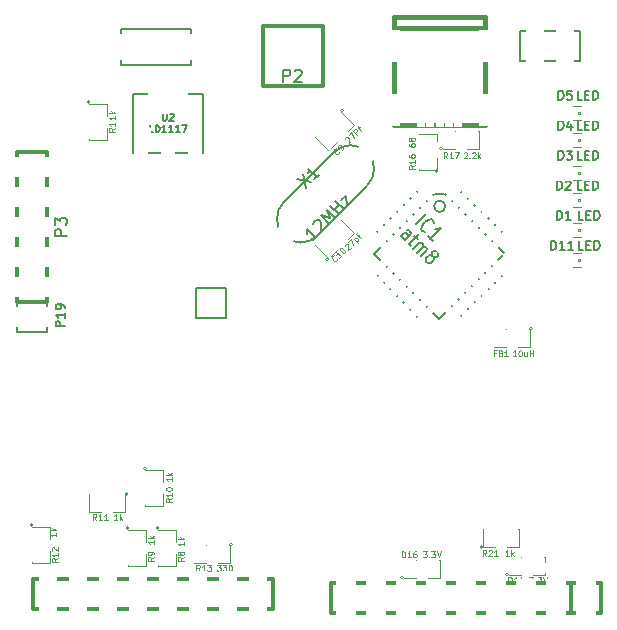
<source format=gto>
G04 (created by PCBNEW (2013-mar-13)-testing) date nie, 20 paź 2013, 18:38:17*
%MOIN*%
G04 Gerber Fmt 3.4, Leading zero omitted, Abs format*
%FSLAX34Y34*%
G01*
G70*
G90*
G04 APERTURE LIST*
%ADD10C,0.005906*%
%ADD11C,0.006000*%
%ADD12C,0.012000*%
%ADD13C,0.003900*%
%ADD14C,0.002600*%
%ADD15C,0.004000*%
%ADD16C,0.002000*%
%ADD17C,0.015000*%
%ADD18C,0.008000*%
%ADD19C,0.010700*%
%ADD20C,0.010000*%
%ADD21C,0.004300*%
%ADD22C,0.005000*%
%ADD23R,0.062992X0.125984*%
%ADD24R,0.125984X0.066929*%
%ADD25R,0.066929X0.125984*%
%ADD26R,0.133858X0.086614*%
%ADD27R,0.047244X0.070866*%
%ADD28R,0.055074X0.055074*%
%ADD29C,0.067874*%
%ADD30R,0.062874X0.042874*%
%ADD31R,0.042874X0.062874*%
%ADD32R,0.067874X0.067874*%
%ADD33R,0.062874X0.157874*%
%ADD34C,0.196874*%
%ADD35R,0.196874X0.196874*%
%ADD36R,0.027574X0.098474*%
%ADD37R,0.086574X0.106274*%
%ADD38C,0.043274*%
%ADD39R,0.125984X0.086614*%
%ADD40C,0.037874*%
G04 APERTURE END LIST*
G54D10*
G54D11*
X18961Y-120D02*
X18961Y-1120D01*
X18961Y-1120D02*
X16961Y-1120D01*
X16961Y-1120D02*
X16961Y-120D01*
X16961Y-120D02*
X18961Y-120D01*
G54D12*
X1174Y-4145D02*
X174Y-4145D01*
X174Y-9145D02*
X1174Y-9145D01*
X1174Y-4145D02*
X1174Y-9145D01*
X174Y-9145D02*
X174Y-4145D01*
X10661Y-19520D02*
X10661Y-18520D01*
X10661Y-18520D02*
X19661Y-18520D01*
X19661Y-18520D02*
X19661Y-19520D01*
X10661Y-19520D02*
X19661Y-19520D01*
X18661Y-19520D02*
X18661Y-18520D01*
X8374Y54D02*
X10374Y54D01*
X10374Y54D02*
X10374Y-1945D01*
X10374Y-1945D02*
X8374Y-1945D01*
X8374Y-1945D02*
X8374Y54D01*
G54D10*
X10195Y-6937D02*
X11865Y-5267D01*
X9082Y-5824D02*
X10752Y-4153D01*
X9082Y-6937D02*
G75*
G03X10195Y-6937I556J556D01*
G74*
G01*
X9082Y-5824D02*
G75*
G03X9082Y-6937I556J-556D01*
G74*
G01*
X11865Y-4153D02*
G75*
G03X10752Y-4153I-556J-556D01*
G74*
G01*
X11865Y-5267D02*
G75*
G03X11865Y-4153I-556J556D01*
G74*
G01*
X4042Y-2208D02*
X6405Y-2208D01*
X6405Y-2208D02*
X6405Y-4176D01*
X6405Y-4176D02*
X4042Y-4176D01*
X4042Y-4176D02*
X4042Y-2208D01*
G54D13*
X11071Y-2773D02*
G75*
G03X11071Y-2773I-50J0D01*
G74*
G01*
X10703Y-3092D02*
X10986Y-2809D01*
X10986Y-2809D02*
X11410Y-3233D01*
X11410Y-3233D02*
X11127Y-3516D01*
X10844Y-3799D02*
X10561Y-4082D01*
X10561Y-4082D02*
X10137Y-3657D01*
X10137Y-3657D02*
X10420Y-3374D01*
X10576Y-7717D02*
G75*
G03X10576Y-7717I-50J0D01*
G74*
G01*
X10844Y-7399D02*
X10561Y-7682D01*
X10561Y-7682D02*
X10137Y-7257D01*
X10137Y-7257D02*
X10420Y-6974D01*
X10703Y-6692D02*
X10986Y-6409D01*
X10986Y-6409D02*
X11410Y-6833D01*
X11410Y-6833D02*
X11127Y-7116D01*
G54D14*
X19070Y-6863D02*
X19070Y-6991D01*
X19070Y-6991D02*
X19267Y-6991D01*
X19267Y-6863D02*
X19267Y-6991D01*
X19070Y-6863D02*
X19267Y-6863D01*
X19070Y-6618D02*
X19070Y-6677D01*
X19070Y-6677D02*
X19169Y-6677D01*
X19169Y-6618D02*
X19169Y-6677D01*
X19070Y-6618D02*
X19169Y-6618D01*
X19070Y-6813D02*
X19070Y-6872D01*
X19070Y-6872D02*
X19169Y-6872D01*
X19169Y-6813D02*
X19169Y-6872D01*
X19070Y-6813D02*
X19169Y-6813D01*
X19070Y-6667D02*
X19070Y-6823D01*
X19070Y-6823D02*
X19139Y-6823D01*
X19139Y-6667D02*
X19139Y-6823D01*
X19070Y-6667D02*
X19139Y-6667D01*
X18481Y-6863D02*
X18481Y-6991D01*
X18481Y-6991D02*
X18678Y-6991D01*
X18678Y-6863D02*
X18678Y-6991D01*
X18481Y-6863D02*
X18678Y-6863D01*
X18481Y-6499D02*
X18481Y-6627D01*
X18481Y-6627D02*
X18678Y-6627D01*
X18678Y-6499D02*
X18678Y-6627D01*
X18481Y-6499D02*
X18678Y-6499D01*
X18579Y-6813D02*
X18579Y-6872D01*
X18579Y-6872D02*
X18678Y-6872D01*
X18678Y-6813D02*
X18678Y-6872D01*
X18579Y-6813D02*
X18678Y-6813D01*
X18579Y-6618D02*
X18579Y-6677D01*
X18579Y-6677D02*
X18678Y-6677D01*
X18678Y-6618D02*
X18678Y-6677D01*
X18579Y-6618D02*
X18678Y-6618D01*
X18609Y-6667D02*
X18609Y-6823D01*
X18609Y-6823D02*
X18678Y-6823D01*
X18678Y-6667D02*
X18678Y-6823D01*
X18609Y-6667D02*
X18678Y-6667D01*
X18874Y-6706D02*
X18874Y-6784D01*
X18874Y-6784D02*
X18952Y-6784D01*
X18952Y-6706D02*
X18952Y-6784D01*
X18874Y-6706D02*
X18952Y-6706D01*
X19070Y-6509D02*
X19070Y-6627D01*
X19070Y-6627D02*
X19188Y-6627D01*
X19188Y-6509D02*
X19188Y-6627D01*
X19070Y-6509D02*
X19188Y-6509D01*
X19238Y-6499D02*
X19238Y-6588D01*
X19238Y-6588D02*
X19267Y-6588D01*
X19267Y-6499D02*
X19267Y-6588D01*
X19238Y-6499D02*
X19267Y-6499D01*
G54D15*
X19080Y-6971D02*
X18668Y-6971D01*
X18678Y-6519D02*
X19238Y-6519D01*
G54D16*
X19236Y-6568D02*
G75*
G03X19236Y-6568I-28J0D01*
G74*
G01*
G54D15*
X19267Y-6608D02*
G75*
G03X19267Y-6882I0J-137D01*
G74*
G01*
X18481Y-6882D02*
G75*
G03X18481Y-6608I0J137D01*
G74*
G01*
G54D14*
X19070Y-5863D02*
X19070Y-5991D01*
X19070Y-5991D02*
X19267Y-5991D01*
X19267Y-5863D02*
X19267Y-5991D01*
X19070Y-5863D02*
X19267Y-5863D01*
X19070Y-5618D02*
X19070Y-5677D01*
X19070Y-5677D02*
X19169Y-5677D01*
X19169Y-5618D02*
X19169Y-5677D01*
X19070Y-5618D02*
X19169Y-5618D01*
X19070Y-5813D02*
X19070Y-5872D01*
X19070Y-5872D02*
X19169Y-5872D01*
X19169Y-5813D02*
X19169Y-5872D01*
X19070Y-5813D02*
X19169Y-5813D01*
X19070Y-5667D02*
X19070Y-5823D01*
X19070Y-5823D02*
X19139Y-5823D01*
X19139Y-5667D02*
X19139Y-5823D01*
X19070Y-5667D02*
X19139Y-5667D01*
X18481Y-5863D02*
X18481Y-5991D01*
X18481Y-5991D02*
X18678Y-5991D01*
X18678Y-5863D02*
X18678Y-5991D01*
X18481Y-5863D02*
X18678Y-5863D01*
X18481Y-5499D02*
X18481Y-5627D01*
X18481Y-5627D02*
X18678Y-5627D01*
X18678Y-5499D02*
X18678Y-5627D01*
X18481Y-5499D02*
X18678Y-5499D01*
X18579Y-5813D02*
X18579Y-5872D01*
X18579Y-5872D02*
X18678Y-5872D01*
X18678Y-5813D02*
X18678Y-5872D01*
X18579Y-5813D02*
X18678Y-5813D01*
X18579Y-5618D02*
X18579Y-5677D01*
X18579Y-5677D02*
X18678Y-5677D01*
X18678Y-5618D02*
X18678Y-5677D01*
X18579Y-5618D02*
X18678Y-5618D01*
X18609Y-5667D02*
X18609Y-5823D01*
X18609Y-5823D02*
X18678Y-5823D01*
X18678Y-5667D02*
X18678Y-5823D01*
X18609Y-5667D02*
X18678Y-5667D01*
X18874Y-5706D02*
X18874Y-5784D01*
X18874Y-5784D02*
X18952Y-5784D01*
X18952Y-5706D02*
X18952Y-5784D01*
X18874Y-5706D02*
X18952Y-5706D01*
X19070Y-5509D02*
X19070Y-5627D01*
X19070Y-5627D02*
X19188Y-5627D01*
X19188Y-5509D02*
X19188Y-5627D01*
X19070Y-5509D02*
X19188Y-5509D01*
X19238Y-5499D02*
X19238Y-5588D01*
X19238Y-5588D02*
X19267Y-5588D01*
X19267Y-5499D02*
X19267Y-5588D01*
X19238Y-5499D02*
X19267Y-5499D01*
G54D15*
X19080Y-5971D02*
X18668Y-5971D01*
X18678Y-5519D02*
X19238Y-5519D01*
G54D16*
X19236Y-5568D02*
G75*
G03X19236Y-5568I-28J0D01*
G74*
G01*
G54D15*
X19267Y-5608D02*
G75*
G03X19267Y-5882I0J-137D01*
G74*
G01*
X18481Y-5882D02*
G75*
G03X18481Y-5608I0J137D01*
G74*
G01*
G54D14*
X19070Y-4963D02*
X19070Y-5091D01*
X19070Y-5091D02*
X19267Y-5091D01*
X19267Y-4963D02*
X19267Y-5091D01*
X19070Y-4963D02*
X19267Y-4963D01*
X19070Y-4718D02*
X19070Y-4777D01*
X19070Y-4777D02*
X19169Y-4777D01*
X19169Y-4718D02*
X19169Y-4777D01*
X19070Y-4718D02*
X19169Y-4718D01*
X19070Y-4913D02*
X19070Y-4972D01*
X19070Y-4972D02*
X19169Y-4972D01*
X19169Y-4913D02*
X19169Y-4972D01*
X19070Y-4913D02*
X19169Y-4913D01*
X19070Y-4767D02*
X19070Y-4923D01*
X19070Y-4923D02*
X19139Y-4923D01*
X19139Y-4767D02*
X19139Y-4923D01*
X19070Y-4767D02*
X19139Y-4767D01*
X18481Y-4963D02*
X18481Y-5091D01*
X18481Y-5091D02*
X18678Y-5091D01*
X18678Y-4963D02*
X18678Y-5091D01*
X18481Y-4963D02*
X18678Y-4963D01*
X18481Y-4599D02*
X18481Y-4727D01*
X18481Y-4727D02*
X18678Y-4727D01*
X18678Y-4599D02*
X18678Y-4727D01*
X18481Y-4599D02*
X18678Y-4599D01*
X18579Y-4913D02*
X18579Y-4972D01*
X18579Y-4972D02*
X18678Y-4972D01*
X18678Y-4913D02*
X18678Y-4972D01*
X18579Y-4913D02*
X18678Y-4913D01*
X18579Y-4718D02*
X18579Y-4777D01*
X18579Y-4777D02*
X18678Y-4777D01*
X18678Y-4718D02*
X18678Y-4777D01*
X18579Y-4718D02*
X18678Y-4718D01*
X18609Y-4767D02*
X18609Y-4923D01*
X18609Y-4923D02*
X18678Y-4923D01*
X18678Y-4767D02*
X18678Y-4923D01*
X18609Y-4767D02*
X18678Y-4767D01*
X18874Y-4806D02*
X18874Y-4884D01*
X18874Y-4884D02*
X18952Y-4884D01*
X18952Y-4806D02*
X18952Y-4884D01*
X18874Y-4806D02*
X18952Y-4806D01*
X19070Y-4609D02*
X19070Y-4727D01*
X19070Y-4727D02*
X19188Y-4727D01*
X19188Y-4609D02*
X19188Y-4727D01*
X19070Y-4609D02*
X19188Y-4609D01*
X19238Y-4599D02*
X19238Y-4688D01*
X19238Y-4688D02*
X19267Y-4688D01*
X19267Y-4599D02*
X19267Y-4688D01*
X19238Y-4599D02*
X19267Y-4599D01*
G54D15*
X19080Y-5071D02*
X18668Y-5071D01*
X18678Y-4619D02*
X19238Y-4619D01*
G54D16*
X19236Y-4668D02*
G75*
G03X19236Y-4668I-28J0D01*
G74*
G01*
G54D15*
X19267Y-4708D02*
G75*
G03X19267Y-4982I0J-137D01*
G74*
G01*
X18481Y-4982D02*
G75*
G03X18481Y-4708I0J137D01*
G74*
G01*
G54D14*
X19070Y-3863D02*
X19070Y-3991D01*
X19070Y-3991D02*
X19267Y-3991D01*
X19267Y-3863D02*
X19267Y-3991D01*
X19070Y-3863D02*
X19267Y-3863D01*
X19070Y-3618D02*
X19070Y-3677D01*
X19070Y-3677D02*
X19169Y-3677D01*
X19169Y-3618D02*
X19169Y-3677D01*
X19070Y-3618D02*
X19169Y-3618D01*
X19070Y-3813D02*
X19070Y-3872D01*
X19070Y-3872D02*
X19169Y-3872D01*
X19169Y-3813D02*
X19169Y-3872D01*
X19070Y-3813D02*
X19169Y-3813D01*
X19070Y-3667D02*
X19070Y-3823D01*
X19070Y-3823D02*
X19139Y-3823D01*
X19139Y-3667D02*
X19139Y-3823D01*
X19070Y-3667D02*
X19139Y-3667D01*
X18481Y-3863D02*
X18481Y-3991D01*
X18481Y-3991D02*
X18678Y-3991D01*
X18678Y-3863D02*
X18678Y-3991D01*
X18481Y-3863D02*
X18678Y-3863D01*
X18481Y-3499D02*
X18481Y-3627D01*
X18481Y-3627D02*
X18678Y-3627D01*
X18678Y-3499D02*
X18678Y-3627D01*
X18481Y-3499D02*
X18678Y-3499D01*
X18579Y-3813D02*
X18579Y-3872D01*
X18579Y-3872D02*
X18678Y-3872D01*
X18678Y-3813D02*
X18678Y-3872D01*
X18579Y-3813D02*
X18678Y-3813D01*
X18579Y-3618D02*
X18579Y-3677D01*
X18579Y-3677D02*
X18678Y-3677D01*
X18678Y-3618D02*
X18678Y-3677D01*
X18579Y-3618D02*
X18678Y-3618D01*
X18609Y-3667D02*
X18609Y-3823D01*
X18609Y-3823D02*
X18678Y-3823D01*
X18678Y-3667D02*
X18678Y-3823D01*
X18609Y-3667D02*
X18678Y-3667D01*
X18874Y-3706D02*
X18874Y-3784D01*
X18874Y-3784D02*
X18952Y-3784D01*
X18952Y-3706D02*
X18952Y-3784D01*
X18874Y-3706D02*
X18952Y-3706D01*
X19070Y-3509D02*
X19070Y-3627D01*
X19070Y-3627D02*
X19188Y-3627D01*
X19188Y-3509D02*
X19188Y-3627D01*
X19070Y-3509D02*
X19188Y-3509D01*
X19238Y-3499D02*
X19238Y-3588D01*
X19238Y-3588D02*
X19267Y-3588D01*
X19267Y-3499D02*
X19267Y-3588D01*
X19238Y-3499D02*
X19267Y-3499D01*
G54D15*
X19080Y-3971D02*
X18668Y-3971D01*
X18678Y-3519D02*
X19238Y-3519D01*
G54D16*
X19236Y-3568D02*
G75*
G03X19236Y-3568I-28J0D01*
G74*
G01*
G54D15*
X19267Y-3608D02*
G75*
G03X19267Y-3882I0J-137D01*
G74*
G01*
X18481Y-3882D02*
G75*
G03X18481Y-3608I0J137D01*
G74*
G01*
G54D14*
X19070Y-2963D02*
X19070Y-3091D01*
X19070Y-3091D02*
X19267Y-3091D01*
X19267Y-2963D02*
X19267Y-3091D01*
X19070Y-2963D02*
X19267Y-2963D01*
X19070Y-2718D02*
X19070Y-2777D01*
X19070Y-2777D02*
X19169Y-2777D01*
X19169Y-2718D02*
X19169Y-2777D01*
X19070Y-2718D02*
X19169Y-2718D01*
X19070Y-2913D02*
X19070Y-2972D01*
X19070Y-2972D02*
X19169Y-2972D01*
X19169Y-2913D02*
X19169Y-2972D01*
X19070Y-2913D02*
X19169Y-2913D01*
X19070Y-2767D02*
X19070Y-2923D01*
X19070Y-2923D02*
X19139Y-2923D01*
X19139Y-2767D02*
X19139Y-2923D01*
X19070Y-2767D02*
X19139Y-2767D01*
X18481Y-2963D02*
X18481Y-3091D01*
X18481Y-3091D02*
X18678Y-3091D01*
X18678Y-2963D02*
X18678Y-3091D01*
X18481Y-2963D02*
X18678Y-2963D01*
X18481Y-2599D02*
X18481Y-2727D01*
X18481Y-2727D02*
X18678Y-2727D01*
X18678Y-2599D02*
X18678Y-2727D01*
X18481Y-2599D02*
X18678Y-2599D01*
X18579Y-2913D02*
X18579Y-2972D01*
X18579Y-2972D02*
X18678Y-2972D01*
X18678Y-2913D02*
X18678Y-2972D01*
X18579Y-2913D02*
X18678Y-2913D01*
X18579Y-2718D02*
X18579Y-2777D01*
X18579Y-2777D02*
X18678Y-2777D01*
X18678Y-2718D02*
X18678Y-2777D01*
X18579Y-2718D02*
X18678Y-2718D01*
X18609Y-2767D02*
X18609Y-2923D01*
X18609Y-2923D02*
X18678Y-2923D01*
X18678Y-2767D02*
X18678Y-2923D01*
X18609Y-2767D02*
X18678Y-2767D01*
X18874Y-2806D02*
X18874Y-2884D01*
X18874Y-2884D02*
X18952Y-2884D01*
X18952Y-2806D02*
X18952Y-2884D01*
X18874Y-2806D02*
X18952Y-2806D01*
X19070Y-2609D02*
X19070Y-2727D01*
X19070Y-2727D02*
X19188Y-2727D01*
X19188Y-2609D02*
X19188Y-2727D01*
X19070Y-2609D02*
X19188Y-2609D01*
X19238Y-2599D02*
X19238Y-2688D01*
X19238Y-2688D02*
X19267Y-2688D01*
X19267Y-2599D02*
X19267Y-2688D01*
X19238Y-2599D02*
X19267Y-2599D01*
G54D15*
X19080Y-3071D02*
X18668Y-3071D01*
X18678Y-2619D02*
X19238Y-2619D01*
G54D16*
X19236Y-2668D02*
G75*
G03X19236Y-2668I-28J0D01*
G74*
G01*
G54D15*
X19267Y-2708D02*
G75*
G03X19267Y-2982I0J-137D01*
G74*
G01*
X18481Y-2982D02*
G75*
G03X18481Y-2708I0J137D01*
G74*
G01*
G54D14*
X19070Y-7863D02*
X19070Y-7991D01*
X19070Y-7991D02*
X19267Y-7991D01*
X19267Y-7863D02*
X19267Y-7991D01*
X19070Y-7863D02*
X19267Y-7863D01*
X19070Y-7618D02*
X19070Y-7677D01*
X19070Y-7677D02*
X19169Y-7677D01*
X19169Y-7618D02*
X19169Y-7677D01*
X19070Y-7618D02*
X19169Y-7618D01*
X19070Y-7813D02*
X19070Y-7872D01*
X19070Y-7872D02*
X19169Y-7872D01*
X19169Y-7813D02*
X19169Y-7872D01*
X19070Y-7813D02*
X19169Y-7813D01*
X19070Y-7667D02*
X19070Y-7823D01*
X19070Y-7823D02*
X19139Y-7823D01*
X19139Y-7667D02*
X19139Y-7823D01*
X19070Y-7667D02*
X19139Y-7667D01*
X18481Y-7863D02*
X18481Y-7991D01*
X18481Y-7991D02*
X18678Y-7991D01*
X18678Y-7863D02*
X18678Y-7991D01*
X18481Y-7863D02*
X18678Y-7863D01*
X18481Y-7499D02*
X18481Y-7627D01*
X18481Y-7627D02*
X18678Y-7627D01*
X18678Y-7499D02*
X18678Y-7627D01*
X18481Y-7499D02*
X18678Y-7499D01*
X18579Y-7813D02*
X18579Y-7872D01*
X18579Y-7872D02*
X18678Y-7872D01*
X18678Y-7813D02*
X18678Y-7872D01*
X18579Y-7813D02*
X18678Y-7813D01*
X18579Y-7618D02*
X18579Y-7677D01*
X18579Y-7677D02*
X18678Y-7677D01*
X18678Y-7618D02*
X18678Y-7677D01*
X18579Y-7618D02*
X18678Y-7618D01*
X18609Y-7667D02*
X18609Y-7823D01*
X18609Y-7823D02*
X18678Y-7823D01*
X18678Y-7667D02*
X18678Y-7823D01*
X18609Y-7667D02*
X18678Y-7667D01*
X18874Y-7706D02*
X18874Y-7784D01*
X18874Y-7784D02*
X18952Y-7784D01*
X18952Y-7706D02*
X18952Y-7784D01*
X18874Y-7706D02*
X18952Y-7706D01*
X19070Y-7509D02*
X19070Y-7627D01*
X19070Y-7627D02*
X19188Y-7627D01*
X19188Y-7509D02*
X19188Y-7627D01*
X19070Y-7509D02*
X19188Y-7509D01*
X19238Y-7499D02*
X19238Y-7588D01*
X19238Y-7588D02*
X19267Y-7588D01*
X19267Y-7499D02*
X19267Y-7588D01*
X19238Y-7499D02*
X19267Y-7499D01*
G54D15*
X19080Y-7971D02*
X18668Y-7971D01*
X18678Y-7519D02*
X19238Y-7519D01*
G54D16*
X19236Y-7568D02*
G75*
G03X19236Y-7568I-28J0D01*
G74*
G01*
G54D15*
X19267Y-7608D02*
G75*
G03X19267Y-7882I0J-137D01*
G74*
G01*
X18481Y-7882D02*
G75*
G03X18481Y-7608I0J137D01*
G74*
G01*
G54D11*
X14903Y-9716D02*
X14585Y-9398D01*
X16444Y-8174D02*
X16133Y-7863D01*
X14903Y-9716D02*
X16444Y-8174D01*
X13948Y-9426D02*
X13644Y-9730D01*
X12378Y-7870D02*
X12081Y-8167D01*
X12074Y-8160D02*
X13637Y-9737D01*
X14896Y-5367D02*
X16437Y-6895D01*
X14104Y-5551D02*
X12103Y-7552D01*
X16437Y-6909D02*
X16147Y-7199D01*
X14450Y-5558D02*
X16416Y-7524D01*
X14252Y-9716D02*
X16402Y-7566D01*
X12096Y-7559D02*
X14217Y-9681D01*
X13665Y-5353D02*
X12096Y-6923D01*
X12096Y-6923D02*
X12414Y-7241D01*
X14114Y-5547D02*
X14439Y-5547D01*
X13667Y-5355D02*
X13986Y-5674D01*
X14578Y-5685D02*
X14897Y-5366D01*
X14468Y-5958D02*
G75*
G03X14468Y-5958I-188J0D01*
G74*
G01*
G54D13*
X2624Y-2495D02*
G75*
G03X2624Y-2495I-50J0D01*
G74*
G01*
X2574Y-2945D02*
X2574Y-2545D01*
X2574Y-2545D02*
X3174Y-2545D01*
X3174Y-2545D02*
X3174Y-2945D01*
X3174Y-3345D02*
X3174Y-3745D01*
X3174Y-3745D02*
X2574Y-3745D01*
X2574Y-3745D02*
X2574Y-3345D01*
X4924Y-16695D02*
G75*
G03X4924Y-16695I-50J0D01*
G74*
G01*
X4874Y-17145D02*
X4874Y-16745D01*
X4874Y-16745D02*
X5474Y-16745D01*
X5474Y-16745D02*
X5474Y-17145D01*
X5474Y-17545D02*
X5474Y-17945D01*
X5474Y-17945D02*
X4874Y-17945D01*
X4874Y-17945D02*
X4874Y-17545D01*
X3924Y-16695D02*
G75*
G03X3924Y-16695I-50J0D01*
G74*
G01*
X3874Y-17145D02*
X3874Y-16745D01*
X3874Y-16745D02*
X4474Y-16745D01*
X4474Y-16745D02*
X4474Y-17145D01*
X4474Y-17545D02*
X4474Y-17945D01*
X4474Y-17945D02*
X3874Y-17945D01*
X3874Y-17945D02*
X3874Y-17545D01*
X4499Y-14695D02*
G75*
G03X4499Y-14695I-50J0D01*
G74*
G01*
X4449Y-15145D02*
X4449Y-14745D01*
X4449Y-14745D02*
X5049Y-14745D01*
X5049Y-14745D02*
X5049Y-15145D01*
X5049Y-15545D02*
X5049Y-15945D01*
X5049Y-15945D02*
X4449Y-15945D01*
X4449Y-15945D02*
X4449Y-15545D01*
X3899Y-15545D02*
G75*
G03X3899Y-15545I-50J0D01*
G74*
G01*
X3399Y-15545D02*
X3799Y-15545D01*
X3799Y-15545D02*
X3799Y-16145D01*
X3799Y-16145D02*
X3399Y-16145D01*
X2999Y-16145D02*
X2599Y-16145D01*
X2599Y-16145D02*
X2599Y-15545D01*
X2599Y-15545D02*
X2999Y-15545D01*
X724Y-16595D02*
G75*
G03X724Y-16595I-50J0D01*
G74*
G01*
X674Y-17045D02*
X674Y-16645D01*
X674Y-16645D02*
X1274Y-16645D01*
X1274Y-16645D02*
X1274Y-17045D01*
X1274Y-17445D02*
X1274Y-17845D01*
X1274Y-17845D02*
X674Y-17845D01*
X674Y-17845D02*
X674Y-17445D01*
X7374Y-17245D02*
G75*
G03X7374Y-17245I-50J0D01*
G74*
G01*
X6874Y-17245D02*
X7274Y-17245D01*
X7274Y-17245D02*
X7274Y-17845D01*
X7274Y-17845D02*
X6874Y-17845D01*
X6474Y-17845D02*
X6074Y-17845D01*
X6074Y-17845D02*
X6074Y-17245D01*
X6074Y-17245D02*
X6474Y-17245D01*
X14224Y-4795D02*
G75*
G03X14224Y-4795I-50J0D01*
G74*
G01*
X14174Y-4345D02*
X14174Y-4745D01*
X14174Y-4745D02*
X13574Y-4745D01*
X13574Y-4745D02*
X13574Y-4345D01*
X13574Y-3945D02*
X13574Y-3545D01*
X13574Y-3545D02*
X14174Y-3545D01*
X14174Y-3545D02*
X14174Y-3945D01*
X14374Y-4045D02*
G75*
G03X14374Y-4045I-50J0D01*
G74*
G01*
X14774Y-4045D02*
X14374Y-4045D01*
X14374Y-4045D02*
X14374Y-3445D01*
X14374Y-3445D02*
X14774Y-3445D01*
X15174Y-3445D02*
X15574Y-3445D01*
X15574Y-3445D02*
X15574Y-4045D01*
X15574Y-4045D02*
X15174Y-4045D01*
X17374Y-10045D02*
G75*
G03X17374Y-10045I-50J0D01*
G74*
G01*
X16874Y-10045D02*
X17274Y-10045D01*
X17274Y-10045D02*
X17274Y-10645D01*
X17274Y-10645D02*
X16874Y-10645D01*
X16474Y-10645D02*
X16074Y-10645D01*
X16074Y-10645D02*
X16074Y-10045D01*
X16074Y-10045D02*
X16474Y-10045D01*
G54D12*
X724Y-18397D02*
X8724Y-18397D01*
X8724Y-18397D02*
X8724Y-19397D01*
X8724Y-19397D02*
X724Y-19397D01*
X724Y-19397D02*
X724Y-18397D01*
G54D11*
X7149Y-9670D02*
X6149Y-9670D01*
X6149Y-8670D02*
X7149Y-8670D01*
X6149Y-9670D02*
X6149Y-8670D01*
X7149Y-8670D02*
X7149Y-9670D01*
X1174Y-10145D02*
X174Y-10145D01*
X174Y-9145D02*
X1174Y-9145D01*
X174Y-10145D02*
X174Y-9145D01*
X1174Y-9145D02*
X1174Y-10145D01*
G54D17*
X15790Y-28D02*
X12758Y-28D01*
X15790Y365D02*
X12758Y365D01*
X12758Y365D02*
X12758Y-3256D01*
X12758Y-3256D02*
X15790Y-3256D01*
X15790Y-3256D02*
X15790Y365D01*
G54D13*
X16574Y-18245D02*
G75*
G03X16574Y-18245I-50J0D01*
G74*
G01*
X16974Y-18245D02*
X16574Y-18245D01*
X16574Y-18245D02*
X16574Y-17645D01*
X16574Y-17645D02*
X16974Y-17645D01*
X17374Y-17645D02*
X17774Y-17645D01*
X17774Y-17645D02*
X17774Y-18245D01*
X17774Y-18245D02*
X17374Y-18245D01*
X13074Y-18345D02*
G75*
G03X13074Y-18345I-50J0D01*
G74*
G01*
X13474Y-18345D02*
X13074Y-18345D01*
X13074Y-18345D02*
X13074Y-17745D01*
X13074Y-17745D02*
X13474Y-17745D01*
X13874Y-17745D02*
X14274Y-17745D01*
X14274Y-17745D02*
X14274Y-18345D01*
X14274Y-18345D02*
X13874Y-18345D01*
X15724Y-17320D02*
G75*
G03X15724Y-17320I-50J0D01*
G74*
G01*
X16124Y-17320D02*
X15724Y-17320D01*
X15724Y-17320D02*
X15724Y-16720D01*
X15724Y-16720D02*
X16124Y-16720D01*
X16524Y-16720D02*
X16924Y-16720D01*
X16924Y-16720D02*
X16924Y-17320D01*
X16924Y-17320D02*
X16524Y-17320D01*
G54D10*
X6005Y-55D02*
X6005Y-1236D01*
X3642Y-55D02*
X3642Y-1236D01*
X3642Y-1236D02*
X4824Y-1236D01*
X4824Y-1236D02*
X6005Y-1236D01*
X4824Y-55D02*
X6005Y-55D01*
X3642Y-55D02*
X4824Y-55D01*
G54D11*
G54D18*
X1854Y-6940D02*
X1454Y-6940D01*
X1454Y-6788D01*
X1474Y-6750D01*
X1493Y-6731D01*
X1531Y-6712D01*
X1588Y-6712D01*
X1626Y-6731D01*
X1645Y-6750D01*
X1664Y-6788D01*
X1664Y-6940D01*
X1454Y-6579D02*
X1454Y-6331D01*
X1607Y-6464D01*
X1607Y-6407D01*
X1626Y-6369D01*
X1645Y-6350D01*
X1683Y-6331D01*
X1778Y-6331D01*
X1816Y-6350D01*
X1835Y-6369D01*
X1854Y-6407D01*
X1854Y-6521D01*
X1835Y-6559D01*
X1816Y-6579D01*
G54D19*
G54D20*
G54D18*
X9066Y-1801D02*
X9066Y-1401D01*
X9218Y-1401D01*
X9256Y-1420D01*
X9275Y-1439D01*
X9294Y-1477D01*
X9294Y-1534D01*
X9275Y-1572D01*
X9256Y-1591D01*
X9218Y-1610D01*
X9066Y-1610D01*
X9447Y-1439D02*
X9466Y-1420D01*
X9504Y-1401D01*
X9599Y-1401D01*
X9637Y-1420D01*
X9656Y-1439D01*
X9675Y-1477D01*
X9675Y-1515D01*
X9656Y-1572D01*
X9428Y-1801D01*
X9675Y-1801D01*
G54D10*
X9539Y-5061D02*
X10003Y-5154D01*
X9725Y-4876D02*
X9817Y-5340D01*
X10255Y-4902D02*
X10096Y-5061D01*
X10175Y-4982D02*
X9897Y-4703D01*
X9910Y-4770D01*
X9910Y-4823D01*
X9897Y-4862D01*
X10216Y-6917D02*
X10057Y-7076D01*
X10137Y-6996D02*
X9858Y-6718D01*
X9872Y-6784D01*
X9872Y-6837D01*
X9858Y-6877D01*
X10070Y-6559D02*
X10070Y-6532D01*
X10084Y-6492D01*
X10150Y-6426D01*
X10190Y-6413D01*
X10216Y-6413D01*
X10256Y-6426D01*
X10283Y-6453D01*
X10309Y-6506D01*
X10309Y-6824D01*
X10481Y-6651D01*
X10601Y-6532D02*
X10322Y-6254D01*
X10614Y-6360D01*
X10508Y-6068D01*
X10786Y-6346D01*
X10919Y-6214D02*
X10640Y-5936D01*
X10773Y-6068D02*
X10932Y-5909D01*
X11078Y-6055D02*
X10800Y-5776D01*
X10998Y-5763D02*
X11144Y-5617D01*
X11184Y-5949D01*
X11330Y-5803D01*
X5044Y-2866D02*
X5044Y-3057D01*
X5055Y-3080D01*
X5066Y-3091D01*
X5089Y-3102D01*
X5134Y-3102D01*
X5156Y-3091D01*
X5167Y-3080D01*
X5179Y-3057D01*
X5179Y-2866D01*
X5280Y-2888D02*
X5291Y-2877D01*
X5314Y-2866D01*
X5370Y-2866D01*
X5392Y-2877D01*
X5403Y-2888D01*
X5415Y-2911D01*
X5415Y-2933D01*
X5403Y-2967D01*
X5269Y-3102D01*
X5415Y-3102D01*
X4729Y-3496D02*
X4616Y-3496D01*
X4616Y-3260D01*
X4807Y-3496D02*
X4807Y-3260D01*
X4864Y-3260D01*
X4897Y-3271D01*
X4920Y-3293D01*
X4931Y-3316D01*
X4942Y-3361D01*
X4942Y-3394D01*
X4931Y-3439D01*
X4920Y-3462D01*
X4897Y-3484D01*
X4864Y-3496D01*
X4807Y-3496D01*
X5167Y-3496D02*
X5032Y-3496D01*
X5100Y-3496D02*
X5100Y-3260D01*
X5077Y-3293D01*
X5055Y-3316D01*
X5032Y-3327D01*
X5392Y-3496D02*
X5257Y-3496D01*
X5325Y-3496D02*
X5325Y-3260D01*
X5302Y-3293D01*
X5280Y-3316D01*
X5257Y-3327D01*
X5617Y-3496D02*
X5482Y-3496D01*
X5550Y-3496D02*
X5550Y-3260D01*
X5527Y-3293D01*
X5505Y-3316D01*
X5482Y-3327D01*
X5696Y-3260D02*
X5853Y-3260D01*
X5752Y-3496D01*
G54D21*
X10937Y-4143D02*
X10937Y-4156D01*
X10924Y-4183D01*
X10911Y-4196D01*
X10884Y-4209D01*
X10858Y-4209D01*
X10838Y-4203D01*
X10805Y-4183D01*
X10785Y-4163D01*
X10765Y-4130D01*
X10758Y-4110D01*
X10758Y-4083D01*
X10772Y-4057D01*
X10785Y-4043D01*
X10811Y-4030D01*
X10825Y-4030D01*
X11017Y-4090D02*
X11044Y-4063D01*
X11050Y-4043D01*
X11050Y-4030D01*
X11044Y-3997D01*
X11024Y-3964D01*
X10971Y-3911D01*
X10951Y-3904D01*
X10937Y-3904D01*
X10918Y-3911D01*
X10891Y-3937D01*
X10884Y-3957D01*
X10884Y-3970D01*
X10891Y-3990D01*
X10924Y-4024D01*
X10944Y-4030D01*
X10957Y-4030D01*
X10977Y-4024D01*
X11004Y-3997D01*
X11010Y-3977D01*
X11010Y-3964D01*
X11004Y-3944D01*
X11132Y-3723D02*
X11132Y-3709D01*
X11139Y-3689D01*
X11172Y-3656D01*
X11192Y-3650D01*
X11205Y-3650D01*
X11225Y-3656D01*
X11238Y-3669D01*
X11252Y-3696D01*
X11252Y-3855D01*
X11338Y-3769D01*
X11245Y-3583D02*
X11338Y-3490D01*
X11418Y-3689D01*
X11530Y-3577D02*
X11391Y-3437D01*
X11444Y-3384D01*
X11464Y-3378D01*
X11477Y-3378D01*
X11497Y-3384D01*
X11517Y-3404D01*
X11524Y-3424D01*
X11524Y-3437D01*
X11517Y-3457D01*
X11464Y-3510D01*
X11557Y-3364D02*
X11610Y-3311D01*
X11670Y-3437D02*
X11550Y-3318D01*
X11544Y-3298D01*
X11550Y-3278D01*
X11563Y-3265D01*
X10871Y-7709D02*
X10871Y-7723D01*
X10858Y-7749D01*
X10845Y-7762D01*
X10818Y-7776D01*
X10792Y-7776D01*
X10772Y-7769D01*
X10738Y-7749D01*
X10719Y-7729D01*
X10699Y-7696D01*
X10692Y-7676D01*
X10692Y-7650D01*
X10705Y-7623D01*
X10719Y-7610D01*
X10745Y-7597D01*
X10758Y-7597D01*
X11017Y-7590D02*
X10937Y-7669D01*
X10977Y-7630D02*
X10838Y-7490D01*
X10845Y-7524D01*
X10845Y-7550D01*
X10838Y-7570D01*
X10964Y-7364D02*
X10977Y-7351D01*
X10997Y-7344D01*
X11010Y-7344D01*
X11030Y-7351D01*
X11063Y-7371D01*
X11097Y-7404D01*
X11117Y-7437D01*
X11123Y-7457D01*
X11123Y-7470D01*
X11117Y-7490D01*
X11103Y-7504D01*
X11083Y-7510D01*
X11070Y-7510D01*
X11050Y-7504D01*
X11017Y-7484D01*
X10984Y-7451D01*
X10964Y-7417D01*
X10957Y-7398D01*
X10957Y-7384D01*
X10964Y-7364D01*
X11119Y-7286D02*
X11119Y-7273D01*
X11126Y-7253D01*
X11159Y-7219D01*
X11179Y-7213D01*
X11192Y-7213D01*
X11212Y-7219D01*
X11225Y-7233D01*
X11238Y-7259D01*
X11238Y-7418D01*
X11325Y-7332D01*
X11232Y-7147D02*
X11325Y-7054D01*
X11404Y-7253D01*
X11424Y-7047D02*
X11563Y-7186D01*
X11431Y-7054D02*
X11437Y-7034D01*
X11464Y-7007D01*
X11484Y-7001D01*
X11497Y-7001D01*
X11517Y-7007D01*
X11557Y-7047D01*
X11563Y-7067D01*
X11563Y-7080D01*
X11557Y-7100D01*
X11530Y-7127D01*
X11510Y-7133D01*
X11617Y-6894D02*
X11570Y-6941D01*
X11643Y-7014D02*
X11504Y-6875D01*
X11570Y-6808D01*
G54D22*
X18189Y-6406D02*
X18189Y-6106D01*
X18261Y-6106D01*
X18304Y-6120D01*
X18332Y-6149D01*
X18347Y-6177D01*
X18361Y-6234D01*
X18361Y-6277D01*
X18347Y-6334D01*
X18332Y-6363D01*
X18304Y-6391D01*
X18261Y-6406D01*
X18189Y-6406D01*
X18647Y-6406D02*
X18475Y-6406D01*
X18561Y-6406D02*
X18561Y-6106D01*
X18532Y-6149D01*
X18504Y-6177D01*
X18475Y-6191D01*
X19068Y-6406D02*
X18925Y-6406D01*
X18925Y-6106D01*
X19168Y-6249D02*
X19268Y-6249D01*
X19311Y-6406D02*
X19168Y-6406D01*
X19168Y-6106D01*
X19311Y-6106D01*
X19439Y-6406D02*
X19439Y-6106D01*
X19511Y-6106D01*
X19554Y-6120D01*
X19582Y-6149D01*
X19597Y-6177D01*
X19611Y-6234D01*
X19611Y-6277D01*
X19597Y-6334D01*
X19582Y-6363D01*
X19554Y-6391D01*
X19511Y-6406D01*
X19439Y-6406D01*
X18189Y-5406D02*
X18189Y-5106D01*
X18261Y-5106D01*
X18304Y-5120D01*
X18332Y-5149D01*
X18347Y-5177D01*
X18361Y-5234D01*
X18361Y-5277D01*
X18347Y-5334D01*
X18332Y-5363D01*
X18304Y-5391D01*
X18261Y-5406D01*
X18189Y-5406D01*
X18475Y-5134D02*
X18489Y-5120D01*
X18518Y-5106D01*
X18589Y-5106D01*
X18618Y-5120D01*
X18632Y-5134D01*
X18647Y-5163D01*
X18647Y-5191D01*
X18632Y-5234D01*
X18461Y-5406D01*
X18647Y-5406D01*
X19018Y-5406D02*
X18875Y-5406D01*
X18875Y-5106D01*
X19118Y-5249D02*
X19218Y-5249D01*
X19261Y-5406D02*
X19118Y-5406D01*
X19118Y-5106D01*
X19261Y-5106D01*
X19389Y-5406D02*
X19389Y-5106D01*
X19461Y-5106D01*
X19504Y-5120D01*
X19532Y-5149D01*
X19547Y-5177D01*
X19561Y-5234D01*
X19561Y-5277D01*
X19547Y-5334D01*
X19532Y-5363D01*
X19504Y-5391D01*
X19461Y-5406D01*
X19389Y-5406D01*
X18239Y-4406D02*
X18239Y-4106D01*
X18311Y-4106D01*
X18354Y-4120D01*
X18382Y-4149D01*
X18397Y-4177D01*
X18411Y-4234D01*
X18411Y-4277D01*
X18397Y-4334D01*
X18382Y-4363D01*
X18354Y-4391D01*
X18311Y-4406D01*
X18239Y-4406D01*
X18511Y-4106D02*
X18697Y-4106D01*
X18597Y-4220D01*
X18639Y-4220D01*
X18668Y-4234D01*
X18682Y-4249D01*
X18697Y-4277D01*
X18697Y-4349D01*
X18682Y-4377D01*
X18668Y-4391D01*
X18639Y-4406D01*
X18554Y-4406D01*
X18525Y-4391D01*
X18511Y-4377D01*
X19018Y-4406D02*
X18875Y-4406D01*
X18875Y-4106D01*
X19118Y-4249D02*
X19218Y-4249D01*
X19261Y-4406D02*
X19118Y-4406D01*
X19118Y-4106D01*
X19261Y-4106D01*
X19389Y-4406D02*
X19389Y-4106D01*
X19461Y-4106D01*
X19504Y-4120D01*
X19532Y-4149D01*
X19547Y-4177D01*
X19561Y-4234D01*
X19561Y-4277D01*
X19547Y-4334D01*
X19532Y-4363D01*
X19504Y-4391D01*
X19461Y-4406D01*
X19389Y-4406D01*
X18239Y-3406D02*
X18239Y-3106D01*
X18311Y-3106D01*
X18354Y-3120D01*
X18382Y-3149D01*
X18397Y-3177D01*
X18411Y-3234D01*
X18411Y-3277D01*
X18397Y-3334D01*
X18382Y-3363D01*
X18354Y-3391D01*
X18311Y-3406D01*
X18239Y-3406D01*
X18668Y-3206D02*
X18668Y-3406D01*
X18597Y-3091D02*
X18525Y-3306D01*
X18711Y-3306D01*
X19018Y-3406D02*
X18875Y-3406D01*
X18875Y-3106D01*
X19118Y-3249D02*
X19218Y-3249D01*
X19261Y-3406D02*
X19118Y-3406D01*
X19118Y-3106D01*
X19261Y-3106D01*
X19389Y-3406D02*
X19389Y-3106D01*
X19461Y-3106D01*
X19504Y-3120D01*
X19532Y-3149D01*
X19547Y-3177D01*
X19561Y-3234D01*
X19561Y-3277D01*
X19547Y-3334D01*
X19532Y-3363D01*
X19504Y-3391D01*
X19461Y-3406D01*
X19389Y-3406D01*
X18239Y-2406D02*
X18239Y-2106D01*
X18311Y-2106D01*
X18354Y-2120D01*
X18382Y-2149D01*
X18397Y-2177D01*
X18411Y-2234D01*
X18411Y-2277D01*
X18397Y-2334D01*
X18382Y-2363D01*
X18354Y-2391D01*
X18311Y-2406D01*
X18239Y-2406D01*
X18682Y-2106D02*
X18539Y-2106D01*
X18525Y-2249D01*
X18539Y-2234D01*
X18568Y-2220D01*
X18639Y-2220D01*
X18668Y-2234D01*
X18682Y-2249D01*
X18697Y-2277D01*
X18697Y-2349D01*
X18682Y-2377D01*
X18668Y-2391D01*
X18639Y-2406D01*
X18568Y-2406D01*
X18539Y-2391D01*
X18525Y-2377D01*
X19018Y-2406D02*
X18875Y-2406D01*
X18875Y-2106D01*
X19118Y-2249D02*
X19218Y-2249D01*
X19261Y-2406D02*
X19118Y-2406D01*
X19118Y-2106D01*
X19261Y-2106D01*
X19389Y-2406D02*
X19389Y-2106D01*
X19461Y-2106D01*
X19504Y-2120D01*
X19532Y-2149D01*
X19547Y-2177D01*
X19561Y-2234D01*
X19561Y-2277D01*
X19547Y-2334D01*
X19532Y-2363D01*
X19504Y-2391D01*
X19461Y-2406D01*
X19389Y-2406D01*
X17997Y-7406D02*
X17997Y-7106D01*
X18068Y-7106D01*
X18111Y-7120D01*
X18139Y-7149D01*
X18154Y-7177D01*
X18168Y-7234D01*
X18168Y-7277D01*
X18154Y-7334D01*
X18139Y-7363D01*
X18111Y-7391D01*
X18068Y-7406D01*
X17997Y-7406D01*
X18454Y-7406D02*
X18282Y-7406D01*
X18368Y-7406D02*
X18368Y-7106D01*
X18339Y-7149D01*
X18311Y-7177D01*
X18282Y-7191D01*
X18739Y-7406D02*
X18568Y-7406D01*
X18654Y-7406D02*
X18654Y-7106D01*
X18625Y-7149D01*
X18597Y-7177D01*
X18568Y-7191D01*
X19068Y-7406D02*
X18925Y-7406D01*
X18925Y-7106D01*
X19168Y-7249D02*
X19268Y-7249D01*
X19311Y-7406D02*
X19168Y-7406D01*
X19168Y-7106D01*
X19311Y-7106D01*
X19439Y-7406D02*
X19439Y-7106D01*
X19511Y-7106D01*
X19554Y-7120D01*
X19582Y-7149D01*
X19597Y-7177D01*
X19611Y-7234D01*
X19611Y-7277D01*
X19597Y-7334D01*
X19582Y-7363D01*
X19554Y-7391D01*
X19511Y-7406D01*
X19439Y-7406D01*
G54D18*
X13475Y-6554D02*
X13828Y-6200D01*
X13805Y-6816D02*
X13775Y-6820D01*
X13717Y-6796D01*
X13690Y-6769D01*
X13667Y-6712D01*
X13674Y-6651D01*
X13694Y-6604D01*
X13748Y-6524D01*
X13798Y-6473D01*
X13879Y-6419D01*
X13926Y-6399D01*
X13987Y-6392D01*
X14044Y-6416D01*
X14071Y-6443D01*
X14094Y-6500D01*
X14091Y-6530D01*
X14041Y-7119D02*
X13879Y-6958D01*
X13960Y-7039D02*
X14313Y-6685D01*
X14236Y-6709D01*
X14175Y-6715D01*
X14131Y-6705D01*
X13108Y-7086D02*
X13293Y-6901D01*
X13313Y-6854D01*
X13303Y-6810D01*
X13249Y-6756D01*
X13205Y-6746D01*
X13124Y-7070D02*
X13081Y-7060D01*
X13013Y-6992D01*
X13003Y-6948D01*
X13023Y-6901D01*
X13057Y-6868D01*
X13104Y-6847D01*
X13148Y-6857D01*
X13215Y-6925D01*
X13259Y-6935D01*
X13438Y-6945D02*
X13545Y-7053D01*
X13596Y-6868D02*
X13293Y-7171D01*
X13273Y-7218D01*
X13283Y-7262D01*
X13310Y-7288D01*
X13404Y-7383D02*
X13640Y-7147D01*
X13606Y-7181D02*
X13636Y-7177D01*
X13680Y-7187D01*
X13720Y-7228D01*
X13730Y-7272D01*
X13710Y-7319D01*
X13525Y-7504D01*
X13710Y-7319D02*
X13757Y-7299D01*
X13801Y-7309D01*
X13842Y-7349D01*
X13852Y-7393D01*
X13831Y-7440D01*
X13646Y-7625D01*
X14023Y-7598D02*
X14013Y-7554D01*
X14017Y-7524D01*
X14037Y-7477D01*
X14054Y-7460D01*
X14101Y-7440D01*
X14131Y-7437D01*
X14175Y-7447D01*
X14229Y-7501D01*
X14239Y-7544D01*
X14236Y-7575D01*
X14215Y-7622D01*
X14198Y-7639D01*
X14151Y-7659D01*
X14121Y-7662D01*
X14077Y-7652D01*
X14023Y-7598D01*
X13980Y-7588D01*
X13949Y-7592D01*
X13902Y-7612D01*
X13835Y-7679D01*
X13815Y-7726D01*
X13811Y-7757D01*
X13821Y-7800D01*
X13875Y-7854D01*
X13919Y-7864D01*
X13949Y-7861D01*
X13996Y-7841D01*
X14064Y-7773D01*
X14084Y-7726D01*
X14087Y-7696D01*
X14077Y-7652D01*
G54D21*
X3450Y-3353D02*
X3356Y-3418D01*
X3450Y-3465D02*
X3253Y-3465D01*
X3253Y-3390D01*
X3262Y-3372D01*
X3272Y-3362D01*
X3291Y-3353D01*
X3319Y-3353D01*
X3337Y-3362D01*
X3347Y-3372D01*
X3356Y-3390D01*
X3356Y-3465D01*
X3450Y-3165D02*
X3450Y-3278D01*
X3450Y-3221D02*
X3253Y-3221D01*
X3281Y-3240D01*
X3300Y-3259D01*
X3309Y-3278D01*
X3450Y-2943D02*
X3450Y-3056D01*
X3450Y-3000D02*
X3253Y-3000D01*
X3281Y-3018D01*
X3300Y-3037D01*
X3309Y-3056D01*
X3450Y-2859D02*
X3253Y-2859D01*
X3375Y-2840D02*
X3450Y-2784D01*
X3319Y-2784D02*
X3394Y-2859D01*
X5750Y-17653D02*
X5656Y-17718D01*
X5750Y-17765D02*
X5553Y-17765D01*
X5553Y-17690D01*
X5562Y-17672D01*
X5572Y-17662D01*
X5591Y-17653D01*
X5619Y-17653D01*
X5637Y-17662D01*
X5647Y-17672D01*
X5656Y-17690D01*
X5656Y-17765D01*
X5637Y-17540D02*
X5628Y-17559D01*
X5619Y-17568D01*
X5600Y-17578D01*
X5591Y-17578D01*
X5572Y-17568D01*
X5562Y-17559D01*
X5553Y-17540D01*
X5553Y-17503D01*
X5562Y-17484D01*
X5572Y-17475D01*
X5591Y-17465D01*
X5600Y-17465D01*
X5619Y-17475D01*
X5628Y-17484D01*
X5637Y-17503D01*
X5637Y-17540D01*
X5647Y-17559D01*
X5656Y-17568D01*
X5675Y-17578D01*
X5713Y-17578D01*
X5731Y-17568D01*
X5741Y-17559D01*
X5750Y-17540D01*
X5750Y-17503D01*
X5741Y-17484D01*
X5731Y-17475D01*
X5713Y-17465D01*
X5675Y-17465D01*
X5656Y-17475D01*
X5647Y-17484D01*
X5637Y-17503D01*
X5750Y-17143D02*
X5750Y-17256D01*
X5750Y-17200D02*
X5553Y-17200D01*
X5581Y-17218D01*
X5600Y-17237D01*
X5609Y-17256D01*
X5750Y-17059D02*
X5553Y-17059D01*
X5675Y-17040D02*
X5750Y-16984D01*
X5619Y-16984D02*
X5694Y-17059D01*
X4750Y-17653D02*
X4656Y-17718D01*
X4750Y-17765D02*
X4553Y-17765D01*
X4553Y-17690D01*
X4562Y-17672D01*
X4572Y-17662D01*
X4591Y-17653D01*
X4619Y-17653D01*
X4637Y-17662D01*
X4647Y-17672D01*
X4656Y-17690D01*
X4656Y-17765D01*
X4750Y-17559D02*
X4750Y-17521D01*
X4741Y-17503D01*
X4731Y-17493D01*
X4703Y-17475D01*
X4666Y-17465D01*
X4591Y-17465D01*
X4572Y-17475D01*
X4562Y-17484D01*
X4553Y-17503D01*
X4553Y-17540D01*
X4562Y-17559D01*
X4572Y-17568D01*
X4591Y-17578D01*
X4637Y-17578D01*
X4656Y-17568D01*
X4666Y-17559D01*
X4675Y-17540D01*
X4675Y-17503D01*
X4666Y-17484D01*
X4656Y-17475D01*
X4637Y-17465D01*
X4750Y-17093D02*
X4750Y-17206D01*
X4750Y-17150D02*
X4553Y-17150D01*
X4581Y-17168D01*
X4600Y-17187D01*
X4609Y-17206D01*
X4750Y-17009D02*
X4553Y-17009D01*
X4675Y-16990D02*
X4750Y-16934D01*
X4619Y-16934D02*
X4694Y-17009D01*
X5350Y-15697D02*
X5256Y-15762D01*
X5350Y-15809D02*
X5153Y-15809D01*
X5153Y-15734D01*
X5162Y-15715D01*
X5172Y-15706D01*
X5191Y-15697D01*
X5219Y-15697D01*
X5237Y-15706D01*
X5247Y-15715D01*
X5256Y-15734D01*
X5256Y-15809D01*
X5350Y-15509D02*
X5350Y-15622D01*
X5350Y-15565D02*
X5153Y-15565D01*
X5181Y-15584D01*
X5200Y-15603D01*
X5209Y-15622D01*
X5153Y-15387D02*
X5153Y-15368D01*
X5162Y-15350D01*
X5172Y-15340D01*
X5191Y-15331D01*
X5228Y-15321D01*
X5275Y-15321D01*
X5313Y-15331D01*
X5331Y-15340D01*
X5341Y-15350D01*
X5350Y-15368D01*
X5350Y-15387D01*
X5341Y-15406D01*
X5331Y-15415D01*
X5313Y-15425D01*
X5275Y-15434D01*
X5228Y-15434D01*
X5191Y-15425D01*
X5172Y-15415D01*
X5162Y-15406D01*
X5153Y-15387D01*
X5350Y-14993D02*
X5350Y-15106D01*
X5350Y-15050D02*
X5153Y-15050D01*
X5181Y-15068D01*
X5200Y-15087D01*
X5209Y-15106D01*
X5350Y-14909D02*
X5153Y-14909D01*
X5275Y-14890D02*
X5350Y-14834D01*
X5219Y-14834D02*
X5294Y-14909D01*
X2834Y-16409D02*
X2769Y-16315D01*
X2722Y-16409D02*
X2722Y-16212D01*
X2797Y-16212D01*
X2816Y-16221D01*
X2825Y-16231D01*
X2834Y-16250D01*
X2834Y-16278D01*
X2825Y-16297D01*
X2816Y-16306D01*
X2797Y-16315D01*
X2722Y-16315D01*
X3022Y-16409D02*
X2909Y-16409D01*
X2966Y-16409D02*
X2966Y-16212D01*
X2947Y-16240D01*
X2928Y-16259D01*
X2909Y-16268D01*
X3210Y-16409D02*
X3097Y-16409D01*
X3153Y-16409D02*
X3153Y-16212D01*
X3134Y-16240D01*
X3116Y-16259D01*
X3097Y-16268D01*
X3537Y-16409D02*
X3425Y-16409D01*
X3481Y-16409D02*
X3481Y-16212D01*
X3462Y-16240D01*
X3444Y-16259D01*
X3425Y-16268D01*
X3622Y-16409D02*
X3622Y-16212D01*
X3641Y-16334D02*
X3697Y-16409D01*
X3697Y-16278D02*
X3622Y-16353D01*
X1550Y-17697D02*
X1456Y-17762D01*
X1550Y-17809D02*
X1353Y-17809D01*
X1353Y-17734D01*
X1362Y-17715D01*
X1372Y-17706D01*
X1391Y-17697D01*
X1419Y-17697D01*
X1437Y-17706D01*
X1447Y-17715D01*
X1456Y-17734D01*
X1456Y-17809D01*
X1550Y-17509D02*
X1550Y-17622D01*
X1550Y-17565D02*
X1353Y-17565D01*
X1381Y-17584D01*
X1400Y-17603D01*
X1409Y-17622D01*
X1372Y-17434D02*
X1362Y-17425D01*
X1353Y-17406D01*
X1353Y-17359D01*
X1362Y-17340D01*
X1372Y-17331D01*
X1391Y-17321D01*
X1409Y-17321D01*
X1437Y-17331D01*
X1550Y-17443D01*
X1550Y-17321D01*
X1500Y-16843D02*
X1500Y-16956D01*
X1500Y-16900D02*
X1303Y-16900D01*
X1331Y-16918D01*
X1350Y-16937D01*
X1359Y-16956D01*
X1500Y-16759D02*
X1303Y-16759D01*
X1425Y-16740D02*
X1500Y-16684D01*
X1369Y-16684D02*
X1444Y-16759D01*
X6284Y-18109D02*
X6219Y-18015D01*
X6172Y-18109D02*
X6172Y-17912D01*
X6247Y-17912D01*
X6266Y-17921D01*
X6275Y-17931D01*
X6284Y-17950D01*
X6284Y-17978D01*
X6275Y-17997D01*
X6266Y-18006D01*
X6247Y-18015D01*
X6172Y-18015D01*
X6472Y-18109D02*
X6359Y-18109D01*
X6416Y-18109D02*
X6416Y-17912D01*
X6397Y-17940D01*
X6378Y-17959D01*
X6359Y-17968D01*
X6538Y-17912D02*
X6660Y-17912D01*
X6594Y-17987D01*
X6622Y-17987D01*
X6641Y-17997D01*
X6650Y-18006D01*
X6660Y-18025D01*
X6660Y-18072D01*
X6650Y-18090D01*
X6641Y-18100D01*
X6622Y-18109D01*
X6566Y-18109D01*
X6547Y-18100D01*
X6538Y-18090D01*
X6858Y-17912D02*
X6980Y-17912D01*
X6914Y-17987D01*
X6942Y-17987D01*
X6961Y-17997D01*
X6970Y-18006D01*
X6980Y-18025D01*
X6980Y-18072D01*
X6970Y-18090D01*
X6961Y-18100D01*
X6942Y-18109D01*
X6886Y-18109D01*
X6867Y-18100D01*
X6858Y-18090D01*
X7045Y-17912D02*
X7167Y-17912D01*
X7102Y-17987D01*
X7130Y-17987D01*
X7148Y-17997D01*
X7158Y-18006D01*
X7167Y-18025D01*
X7167Y-18072D01*
X7158Y-18090D01*
X7148Y-18100D01*
X7130Y-18109D01*
X7073Y-18109D01*
X7055Y-18100D01*
X7045Y-18090D01*
X7289Y-17912D02*
X7308Y-17912D01*
X7327Y-17921D01*
X7336Y-17931D01*
X7345Y-17950D01*
X7355Y-17987D01*
X7355Y-18034D01*
X7345Y-18072D01*
X7336Y-18090D01*
X7327Y-18100D01*
X7308Y-18109D01*
X7289Y-18109D01*
X7270Y-18100D01*
X7261Y-18090D01*
X7252Y-18072D01*
X7242Y-18034D01*
X7242Y-17987D01*
X7252Y-17950D01*
X7261Y-17931D01*
X7270Y-17921D01*
X7289Y-17912D01*
X13450Y-4597D02*
X13356Y-4662D01*
X13450Y-4709D02*
X13253Y-4709D01*
X13253Y-4634D01*
X13262Y-4615D01*
X13272Y-4606D01*
X13291Y-4597D01*
X13319Y-4597D01*
X13337Y-4606D01*
X13347Y-4615D01*
X13356Y-4634D01*
X13356Y-4709D01*
X13450Y-4409D02*
X13450Y-4522D01*
X13450Y-4465D02*
X13253Y-4465D01*
X13281Y-4484D01*
X13300Y-4503D01*
X13309Y-4522D01*
X13253Y-4240D02*
X13253Y-4278D01*
X13262Y-4296D01*
X13272Y-4306D01*
X13300Y-4325D01*
X13337Y-4334D01*
X13413Y-4334D01*
X13431Y-4325D01*
X13441Y-4315D01*
X13450Y-4296D01*
X13450Y-4259D01*
X13441Y-4240D01*
X13431Y-4231D01*
X13413Y-4221D01*
X13366Y-4221D01*
X13347Y-4231D01*
X13337Y-4240D01*
X13328Y-4259D01*
X13328Y-4296D01*
X13337Y-4315D01*
X13347Y-4325D01*
X13366Y-4334D01*
X13253Y-3876D02*
X13253Y-3914D01*
X13262Y-3933D01*
X13272Y-3942D01*
X13300Y-3961D01*
X13337Y-3970D01*
X13413Y-3970D01*
X13431Y-3961D01*
X13441Y-3951D01*
X13450Y-3933D01*
X13450Y-3895D01*
X13441Y-3876D01*
X13431Y-3867D01*
X13413Y-3857D01*
X13366Y-3857D01*
X13347Y-3867D01*
X13337Y-3876D01*
X13328Y-3895D01*
X13328Y-3933D01*
X13337Y-3951D01*
X13347Y-3961D01*
X13366Y-3970D01*
X13337Y-3745D02*
X13328Y-3764D01*
X13319Y-3773D01*
X13300Y-3782D01*
X13291Y-3782D01*
X13272Y-3773D01*
X13262Y-3764D01*
X13253Y-3745D01*
X13253Y-3707D01*
X13262Y-3689D01*
X13272Y-3679D01*
X13291Y-3670D01*
X13300Y-3670D01*
X13319Y-3679D01*
X13328Y-3689D01*
X13337Y-3707D01*
X13337Y-3745D01*
X13347Y-3764D01*
X13356Y-3773D01*
X13375Y-3782D01*
X13413Y-3782D01*
X13431Y-3773D01*
X13441Y-3764D01*
X13450Y-3745D01*
X13450Y-3707D01*
X13441Y-3689D01*
X13431Y-3679D01*
X13413Y-3670D01*
X13375Y-3670D01*
X13356Y-3679D01*
X13347Y-3689D01*
X13337Y-3707D01*
X14534Y-4359D02*
X14469Y-4265D01*
X14422Y-4359D02*
X14422Y-4162D01*
X14497Y-4162D01*
X14516Y-4171D01*
X14525Y-4181D01*
X14534Y-4200D01*
X14534Y-4228D01*
X14525Y-4247D01*
X14516Y-4256D01*
X14497Y-4265D01*
X14422Y-4265D01*
X14722Y-4359D02*
X14609Y-4359D01*
X14666Y-4359D02*
X14666Y-4162D01*
X14647Y-4190D01*
X14628Y-4209D01*
X14609Y-4218D01*
X14788Y-4162D02*
X14919Y-4162D01*
X14834Y-4359D01*
X15084Y-4181D02*
X15094Y-4171D01*
X15112Y-4162D01*
X15159Y-4162D01*
X15178Y-4171D01*
X15187Y-4181D01*
X15197Y-4200D01*
X15197Y-4218D01*
X15187Y-4247D01*
X15075Y-4359D01*
X15197Y-4359D01*
X15281Y-4340D02*
X15291Y-4350D01*
X15281Y-4359D01*
X15272Y-4350D01*
X15281Y-4340D01*
X15281Y-4359D01*
X15366Y-4181D02*
X15375Y-4171D01*
X15394Y-4162D01*
X15441Y-4162D01*
X15459Y-4171D01*
X15469Y-4181D01*
X15478Y-4200D01*
X15478Y-4218D01*
X15469Y-4247D01*
X15356Y-4359D01*
X15478Y-4359D01*
X15563Y-4359D02*
X15563Y-4162D01*
X15581Y-4284D02*
X15638Y-4359D01*
X15638Y-4228D02*
X15563Y-4303D01*
X16147Y-10856D02*
X16081Y-10856D01*
X16081Y-10959D02*
X16081Y-10762D01*
X16175Y-10762D01*
X16316Y-10856D02*
X16344Y-10865D01*
X16353Y-10875D01*
X16363Y-10893D01*
X16363Y-10922D01*
X16353Y-10940D01*
X16344Y-10950D01*
X16325Y-10959D01*
X16250Y-10959D01*
X16250Y-10762D01*
X16316Y-10762D01*
X16334Y-10771D01*
X16344Y-10781D01*
X16353Y-10800D01*
X16353Y-10818D01*
X16344Y-10837D01*
X16334Y-10847D01*
X16316Y-10856D01*
X16250Y-10856D01*
X16550Y-10959D02*
X16438Y-10959D01*
X16494Y-10959D02*
X16494Y-10762D01*
X16475Y-10790D01*
X16456Y-10809D01*
X16438Y-10818D01*
X16831Y-10959D02*
X16719Y-10959D01*
X16775Y-10959D02*
X16775Y-10762D01*
X16756Y-10790D01*
X16737Y-10809D01*
X16719Y-10818D01*
X16953Y-10762D02*
X16972Y-10762D01*
X16991Y-10771D01*
X17000Y-10781D01*
X17009Y-10800D01*
X17019Y-10837D01*
X17019Y-10884D01*
X17009Y-10922D01*
X17000Y-10940D01*
X16991Y-10950D01*
X16972Y-10959D01*
X16953Y-10959D01*
X16934Y-10950D01*
X16925Y-10940D01*
X16916Y-10922D01*
X16906Y-10884D01*
X16906Y-10837D01*
X16916Y-10800D01*
X16925Y-10781D01*
X16934Y-10771D01*
X16953Y-10762D01*
X17188Y-10828D02*
X17188Y-10959D01*
X17103Y-10828D02*
X17103Y-10931D01*
X17113Y-10950D01*
X17131Y-10959D01*
X17159Y-10959D01*
X17178Y-10950D01*
X17188Y-10940D01*
X17281Y-10959D02*
X17281Y-10762D01*
X17281Y-10856D02*
X17394Y-10856D01*
X17394Y-10959D02*
X17394Y-10762D01*
G54D19*
G54D20*
G54D11*
X1777Y-9964D02*
X1477Y-9964D01*
X1477Y-9850D01*
X1491Y-9821D01*
X1505Y-9807D01*
X1534Y-9793D01*
X1577Y-9793D01*
X1605Y-9807D01*
X1619Y-9821D01*
X1634Y-9850D01*
X1634Y-9964D01*
X1777Y-9507D02*
X1777Y-9679D01*
X1777Y-9593D02*
X1477Y-9593D01*
X1519Y-9621D01*
X1548Y-9650D01*
X1562Y-9679D01*
X1777Y-9364D02*
X1777Y-9307D01*
X1762Y-9279D01*
X1748Y-9264D01*
X1705Y-9236D01*
X1648Y-9221D01*
X1534Y-9221D01*
X1505Y-9236D01*
X1491Y-9250D01*
X1477Y-9279D01*
X1477Y-9336D01*
X1491Y-9364D01*
X1505Y-9379D01*
X1534Y-9393D01*
X1605Y-9393D01*
X1634Y-9379D01*
X1648Y-9364D01*
X1662Y-9336D01*
X1662Y-9279D01*
X1648Y-9250D01*
X1634Y-9236D01*
X1605Y-9221D01*
G54D18*
G54D21*
X16572Y-18509D02*
X16572Y-18312D01*
X16619Y-18312D01*
X16647Y-18321D01*
X16666Y-18340D01*
X16675Y-18359D01*
X16684Y-18397D01*
X16684Y-18425D01*
X16675Y-18462D01*
X16666Y-18481D01*
X16647Y-18500D01*
X16619Y-18509D01*
X16572Y-18509D01*
X16872Y-18509D02*
X16759Y-18509D01*
X16816Y-18509D02*
X16816Y-18312D01*
X16797Y-18340D01*
X16778Y-18359D01*
X16759Y-18368D01*
X17041Y-18378D02*
X17041Y-18509D01*
X16994Y-18303D02*
X16947Y-18443D01*
X17069Y-18443D01*
X17270Y-18312D02*
X17392Y-18312D01*
X17326Y-18387D01*
X17355Y-18387D01*
X17373Y-18397D01*
X17383Y-18406D01*
X17392Y-18425D01*
X17392Y-18472D01*
X17383Y-18490D01*
X17373Y-18500D01*
X17355Y-18509D01*
X17298Y-18509D01*
X17279Y-18500D01*
X17270Y-18490D01*
X17476Y-18490D02*
X17486Y-18500D01*
X17476Y-18509D01*
X17467Y-18500D01*
X17476Y-18490D01*
X17476Y-18509D01*
X17552Y-18312D02*
X17673Y-18312D01*
X17608Y-18387D01*
X17636Y-18387D01*
X17655Y-18397D01*
X17664Y-18406D01*
X17673Y-18425D01*
X17673Y-18472D01*
X17664Y-18490D01*
X17655Y-18500D01*
X17636Y-18509D01*
X17580Y-18509D01*
X17561Y-18500D01*
X17552Y-18490D01*
X17730Y-18312D02*
X17795Y-18509D01*
X17861Y-18312D01*
X13022Y-17659D02*
X13022Y-17462D01*
X13069Y-17462D01*
X13097Y-17471D01*
X13116Y-17490D01*
X13125Y-17509D01*
X13134Y-17547D01*
X13134Y-17575D01*
X13125Y-17612D01*
X13116Y-17631D01*
X13097Y-17650D01*
X13069Y-17659D01*
X13022Y-17659D01*
X13322Y-17659D02*
X13209Y-17659D01*
X13266Y-17659D02*
X13266Y-17462D01*
X13247Y-17490D01*
X13228Y-17509D01*
X13209Y-17518D01*
X13491Y-17462D02*
X13453Y-17462D01*
X13434Y-17471D01*
X13425Y-17481D01*
X13406Y-17509D01*
X13397Y-17547D01*
X13397Y-17622D01*
X13406Y-17640D01*
X13416Y-17650D01*
X13434Y-17659D01*
X13472Y-17659D01*
X13491Y-17650D01*
X13500Y-17640D01*
X13510Y-17622D01*
X13510Y-17575D01*
X13500Y-17556D01*
X13491Y-17547D01*
X13472Y-17537D01*
X13434Y-17537D01*
X13416Y-17547D01*
X13406Y-17556D01*
X13397Y-17575D01*
X13720Y-17462D02*
X13842Y-17462D01*
X13776Y-17537D01*
X13805Y-17537D01*
X13823Y-17547D01*
X13833Y-17556D01*
X13842Y-17575D01*
X13842Y-17622D01*
X13833Y-17640D01*
X13823Y-17650D01*
X13805Y-17659D01*
X13748Y-17659D01*
X13729Y-17650D01*
X13720Y-17640D01*
X13926Y-17640D02*
X13936Y-17650D01*
X13926Y-17659D01*
X13917Y-17650D01*
X13926Y-17640D01*
X13926Y-17659D01*
X14002Y-17462D02*
X14123Y-17462D01*
X14058Y-17537D01*
X14086Y-17537D01*
X14105Y-17547D01*
X14114Y-17556D01*
X14123Y-17575D01*
X14123Y-17622D01*
X14114Y-17640D01*
X14105Y-17650D01*
X14086Y-17659D01*
X14030Y-17659D01*
X14011Y-17650D01*
X14002Y-17640D01*
X14180Y-17462D02*
X14245Y-17659D01*
X14311Y-17462D01*
X15834Y-17609D02*
X15769Y-17515D01*
X15722Y-17609D02*
X15722Y-17412D01*
X15797Y-17412D01*
X15816Y-17421D01*
X15825Y-17431D01*
X15834Y-17450D01*
X15834Y-17478D01*
X15825Y-17497D01*
X15816Y-17506D01*
X15797Y-17515D01*
X15722Y-17515D01*
X15909Y-17431D02*
X15919Y-17421D01*
X15937Y-17412D01*
X15984Y-17412D01*
X16003Y-17421D01*
X16013Y-17431D01*
X16022Y-17450D01*
X16022Y-17468D01*
X16013Y-17497D01*
X15900Y-17609D01*
X16022Y-17609D01*
X16210Y-17609D02*
X16097Y-17609D01*
X16153Y-17609D02*
X16153Y-17412D01*
X16134Y-17440D01*
X16116Y-17459D01*
X16097Y-17468D01*
X16587Y-17609D02*
X16475Y-17609D01*
X16531Y-17609D02*
X16531Y-17412D01*
X16512Y-17440D01*
X16494Y-17459D01*
X16475Y-17468D01*
X16672Y-17609D02*
X16672Y-17412D01*
X16691Y-17534D02*
X16747Y-17609D01*
X16747Y-17478D02*
X16672Y-17553D01*
G54D10*
%LPC*%
G54D23*
X18461Y-620D03*
X17461Y-620D03*
G54D24*
X674Y-4645D03*
X674Y-5645D03*
X674Y-6645D03*
X674Y-7645D03*
X674Y-8645D03*
G54D25*
X19161Y-19020D03*
X18161Y-19020D03*
X17161Y-19020D03*
X16161Y-19020D03*
X15161Y-19020D03*
X14161Y-19020D03*
X13161Y-19020D03*
X12161Y-19020D03*
X11161Y-19020D03*
X8874Y-645D03*
X8874Y-645D03*
X9874Y-645D03*
X9874Y-645D03*
G54D10*
G36*
X9012Y-7480D02*
X8539Y-7007D01*
X9708Y-5837D01*
X10181Y-6311D01*
X9012Y-7480D01*
X9012Y-7480D01*
G37*
G36*
X11239Y-5253D02*
X10766Y-4780D01*
X11935Y-3610D01*
X12408Y-4084D01*
X11239Y-5253D01*
X11239Y-5253D01*
G37*
G54D26*
X5224Y-2011D03*
G54D27*
X5224Y-4176D03*
X6129Y-4176D03*
X4318Y-4176D03*
G54D10*
G36*
X10968Y-2806D02*
X11413Y-3251D01*
X11109Y-3554D01*
X10665Y-3109D01*
X10968Y-2806D01*
X10968Y-2806D01*
G37*
G36*
X10438Y-3336D02*
X10882Y-3781D01*
X10579Y-4084D01*
X10134Y-3640D01*
X10438Y-3336D01*
X10438Y-3336D01*
G37*
G36*
X10579Y-7684D02*
X10134Y-7240D01*
X10438Y-6936D01*
X10882Y-7381D01*
X10579Y-7684D01*
X10579Y-7684D01*
G37*
G36*
X11109Y-7154D02*
X10665Y-6709D01*
X10968Y-6406D01*
X11413Y-6851D01*
X11109Y-7154D01*
X11109Y-7154D01*
G37*
G54D28*
X18461Y-6745D03*
X19287Y-6745D03*
X18461Y-5745D03*
X19287Y-5745D03*
X18461Y-4845D03*
X19287Y-4845D03*
X18461Y-3745D03*
X19287Y-3745D03*
X18461Y-2845D03*
X19287Y-2845D03*
X18461Y-7745D03*
X19287Y-7745D03*
G54D10*
G36*
X11763Y-6762D02*
X11944Y-6581D01*
X12556Y-7193D01*
X12376Y-7374D01*
X11763Y-6762D01*
X11763Y-6762D01*
G37*
G36*
X11986Y-6539D02*
X12167Y-6358D01*
X12779Y-6970D01*
X12598Y-7151D01*
X11986Y-6539D01*
X11986Y-6539D01*
G37*
G36*
X12209Y-6316D02*
X12390Y-6135D01*
X13002Y-6748D01*
X12821Y-6928D01*
X12209Y-6316D01*
X12209Y-6316D01*
G37*
G36*
X12432Y-6093D02*
X12613Y-5913D01*
X13225Y-6525D01*
X13044Y-6706D01*
X12432Y-6093D01*
X12432Y-6093D01*
G37*
G36*
X12654Y-5871D02*
X12835Y-5690D01*
X13447Y-6302D01*
X13267Y-6483D01*
X12654Y-5871D01*
X12654Y-5871D01*
G37*
G36*
X12877Y-5648D02*
X13058Y-5467D01*
X13670Y-6079D01*
X13489Y-6260D01*
X12877Y-5648D01*
X12877Y-5648D01*
G37*
G36*
X13100Y-5425D02*
X13281Y-5244D01*
X13893Y-5857D01*
X13712Y-6037D01*
X13100Y-5425D01*
X13100Y-5425D01*
G37*
G36*
X13323Y-5203D02*
X13503Y-5022D01*
X14116Y-5634D01*
X13935Y-5815D01*
X13323Y-5203D01*
X13323Y-5203D01*
G37*
G36*
X15984Y-7867D02*
X16165Y-7686D01*
X16777Y-8298D01*
X16596Y-8479D01*
X15984Y-7867D01*
X15984Y-7867D01*
G37*
G36*
X14421Y-9430D02*
X14602Y-9249D01*
X15214Y-9861D01*
X15034Y-10042D01*
X14421Y-9430D01*
X14421Y-9430D01*
G37*
G36*
X14648Y-9203D02*
X14829Y-9022D01*
X15441Y-9635D01*
X15260Y-9816D01*
X14648Y-9203D01*
X14648Y-9203D01*
G37*
G36*
X14874Y-8977D02*
X15055Y-8796D01*
X15667Y-9408D01*
X15486Y-9589D01*
X14874Y-8977D01*
X14874Y-8977D01*
G37*
G36*
X15093Y-8758D02*
X15274Y-8577D01*
X15886Y-9189D01*
X15705Y-9370D01*
X15093Y-8758D01*
X15093Y-8758D01*
G37*
G36*
X15320Y-8532D02*
X15500Y-8351D01*
X16113Y-8963D01*
X15932Y-9144D01*
X15320Y-8532D01*
X15320Y-8532D01*
G37*
G36*
X15539Y-8312D02*
X15720Y-8132D01*
X16332Y-8744D01*
X16151Y-8925D01*
X15539Y-8312D01*
X15539Y-8312D01*
G37*
G36*
X15765Y-8086D02*
X15946Y-7905D01*
X16558Y-8517D01*
X16377Y-8698D01*
X15765Y-8086D01*
X15765Y-8086D01*
G37*
G36*
X14434Y-5631D02*
X15046Y-5019D01*
X15227Y-5200D01*
X14615Y-5812D01*
X14434Y-5631D01*
X14434Y-5631D01*
G37*
G36*
X14656Y-5853D02*
X15268Y-5241D01*
X15449Y-5422D01*
X14837Y-6034D01*
X14656Y-5853D01*
X14656Y-5853D01*
G37*
G36*
X14880Y-6077D02*
X15492Y-5464D01*
X15673Y-5645D01*
X15061Y-6257D01*
X14880Y-6077D01*
X14880Y-6077D01*
G37*
G36*
X15102Y-6299D02*
X15714Y-5686D01*
X15895Y-5867D01*
X15283Y-6479D01*
X15102Y-6299D01*
X15102Y-6299D01*
G37*
G36*
X15325Y-6522D02*
X15937Y-5910D01*
X16118Y-6091D01*
X15506Y-6703D01*
X15325Y-6522D01*
X15325Y-6522D01*
G37*
G36*
X15547Y-6744D02*
X16159Y-6132D01*
X16340Y-6313D01*
X15728Y-6925D01*
X15547Y-6744D01*
X15547Y-6744D01*
G37*
G36*
X15771Y-6967D02*
X16383Y-6355D01*
X16564Y-6536D01*
X15951Y-7148D01*
X15771Y-6967D01*
X15771Y-6967D01*
G37*
G36*
X15993Y-7189D02*
X16605Y-6577D01*
X16786Y-6758D01*
X16174Y-7370D01*
X15993Y-7189D01*
X15993Y-7189D01*
G37*
G36*
X11763Y-8305D02*
X12375Y-7693D01*
X12556Y-7874D01*
X11944Y-8486D01*
X11763Y-8305D01*
X11763Y-8305D01*
G37*
G36*
X11982Y-8525D02*
X12594Y-7912D01*
X12775Y-8093D01*
X12163Y-8705D01*
X11982Y-8525D01*
X11982Y-8525D01*
G37*
G36*
X12208Y-8751D02*
X12820Y-8139D01*
X13001Y-8319D01*
X12389Y-8932D01*
X12208Y-8751D01*
X12208Y-8751D01*
G37*
G36*
X12427Y-8970D02*
X13040Y-8358D01*
X13220Y-8539D01*
X12608Y-9151D01*
X12427Y-8970D01*
X12427Y-8970D01*
G37*
G36*
X12647Y-9189D02*
X13259Y-8577D01*
X13440Y-8758D01*
X12827Y-9370D01*
X12647Y-9189D01*
X12647Y-9189D01*
G37*
G36*
X12873Y-9415D02*
X13485Y-8803D01*
X13666Y-8984D01*
X13054Y-9596D01*
X12873Y-9415D01*
X12873Y-9415D01*
G37*
G36*
X13099Y-9642D02*
X13711Y-9030D01*
X13892Y-9210D01*
X13280Y-9823D01*
X13099Y-9642D01*
X13099Y-9642D01*
G37*
G36*
X13325Y-9868D02*
X13938Y-9256D01*
X14118Y-9437D01*
X13506Y-10049D01*
X13325Y-9868D01*
X13325Y-9868D01*
G37*
G36*
X9181Y-3258D02*
X9661Y-3738D01*
X9181Y-4218D01*
X8701Y-3738D01*
X9181Y-3258D01*
X9181Y-3258D01*
G37*
G54D29*
X8474Y-4445D03*
X7766Y-5152D03*
G54D30*
X2874Y-2770D03*
X2874Y-3520D03*
X5174Y-16970D03*
X5174Y-17720D03*
X4174Y-16970D03*
X4174Y-17720D03*
X4749Y-14970D03*
X4749Y-15720D03*
G54D31*
X3574Y-15845D03*
X2824Y-15845D03*
G54D30*
X974Y-16870D03*
X974Y-17620D03*
G54D31*
X7049Y-17545D03*
X6299Y-17545D03*
G54D30*
X13874Y-4520D03*
X13874Y-3770D03*
G54D31*
X14599Y-3745D03*
X15349Y-3745D03*
G54D32*
X10374Y-14245D03*
G54D29*
X10374Y-15245D03*
X11374Y-14245D03*
X11374Y-15245D03*
X12374Y-14245D03*
X12374Y-15245D03*
X13374Y-14245D03*
X13374Y-15245D03*
G54D31*
X17049Y-10345D03*
X16299Y-10345D03*
G54D33*
X1224Y-18897D03*
X2224Y-18897D03*
X3224Y-18897D03*
X4224Y-18897D03*
X5224Y-18897D03*
X6224Y-18897D03*
X7224Y-18897D03*
X8224Y-18897D03*
G54D34*
X1674Y-13145D03*
G54D35*
X4074Y-13145D03*
G54D34*
X2574Y-11145D03*
G54D32*
X6649Y-9170D03*
X10374Y-16245D03*
G54D29*
X11374Y-16245D03*
X12374Y-16245D03*
X13374Y-16245D03*
G54D24*
X674Y-9645D03*
G54D36*
X14904Y-2803D03*
X14589Y-2803D03*
X14274Y-2803D03*
X13959Y-2803D03*
X13644Y-2803D03*
G54D37*
X16026Y-2764D03*
X16026Y-599D03*
X12522Y-2764D03*
X12522Y-599D03*
G54D38*
X15140Y-1780D03*
X13408Y-1780D03*
G54D31*
X16799Y-17945D03*
X17549Y-17945D03*
X13299Y-18045D03*
X14049Y-18045D03*
X15949Y-17020D03*
X16699Y-17020D03*
G54D39*
X3642Y-645D03*
X6005Y-645D03*
G54D40*
X11774Y-17870D03*
X6224Y-15795D03*
X6224Y-17545D03*
X1774Y-7645D03*
X7874Y-745D03*
X15174Y-18670D03*
X7874Y-1745D03*
X6814Y-3765D03*
X14324Y-7345D03*
X13624Y-8570D03*
X15174Y-8145D03*
X15174Y-7645D03*
X15574Y-7345D03*
X16474Y-5445D03*
X9899Y-9270D03*
X8974Y-10995D03*
X14424Y-7895D03*
X16374Y-4445D03*
X8024Y-8420D03*
X8549Y-10770D03*
X14549Y-6570D03*
X16141Y-1778D03*
X13874Y-4945D03*
X15574Y-5145D03*
X15799Y-16070D03*
X14599Y-8620D03*
X15574Y-4745D03*
X16774Y-1845D03*
X13024Y-17120D03*
X18811Y-10920D03*
X5924Y-7420D03*
X13049Y-4970D03*
X1874Y-5345D03*
X13574Y-7870D03*
X17211Y-15020D03*
X10824Y-16995D03*
X14624Y-12845D03*
X14624Y-9970D03*
X14099Y-14645D03*
X12674Y-9820D03*
X10661Y-13220D03*
X17261Y-16070D03*
X5799Y-8345D03*
X10349Y-7195D03*
X8199Y-14345D03*
X17561Y-9370D03*
X8224Y-18897D03*
X16374Y-17945D03*
X13174Y-19145D03*
X16149Y-19120D03*
X16674Y-9345D03*
X2074Y-5945D03*
X4474Y-3445D03*
X13274Y-2945D03*
X17074Y-3845D03*
X17074Y-2845D03*
X17074Y-7745D03*
X5199Y-18395D03*
X17074Y-4845D03*
X17174Y-6745D03*
X17074Y-5745D03*
X18811Y-9670D03*
X17974Y-8745D03*
X17799Y-18020D03*
X14674Y-3745D03*
X14074Y-3945D03*
X4199Y-18470D03*
X1224Y-18220D03*
X2249Y-18445D03*
X3224Y-17846D03*
X12174Y-16920D03*
X14174Y-18720D03*
X6374Y-6670D03*
X2074Y-8720D03*
X17611Y-10370D03*
X6524Y-10345D03*
X13924Y-12170D03*
X14999Y-14570D03*
X14999Y-13470D03*
X16574Y-14079D03*
X12174Y-5345D03*
X10374Y-2545D03*
M02*

</source>
